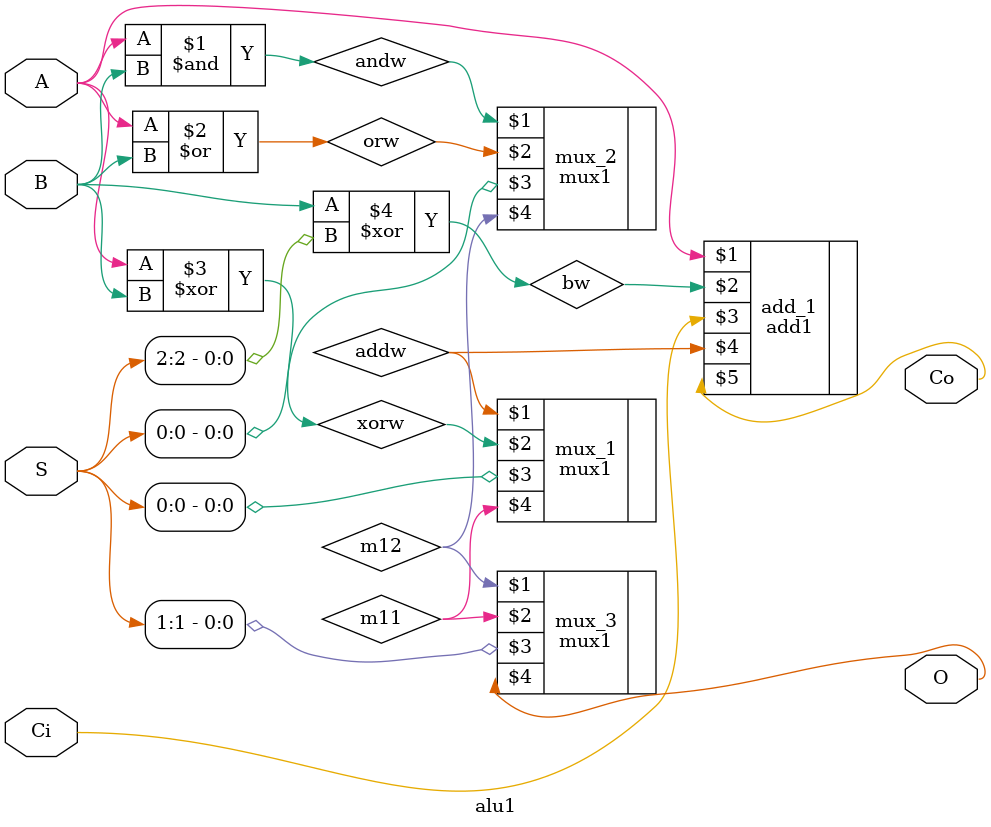
<source format=v>
module alu1 (A,B,S,Ci,Co,O);

input A,B,Ci;
input [2:0] S;
output Co,O;



wire andw,orw,xorw,addw,bw;
wire m11,m12;

and and_1(andw,A,B);
or or_1(orw,A,B);
xor xor_1(xorw,A,B);

xor sb (bw,B,S[2]);
add1 add_1(A,bw,Ci,addw,Co);

mux1 mux_1 (addw,xorw,S[0],m11);
mux1 mux_2 (andw,orw,S[0],m12);
mux1 mux_3 (m12,m11,S[1],O);


endmodule
</source>
